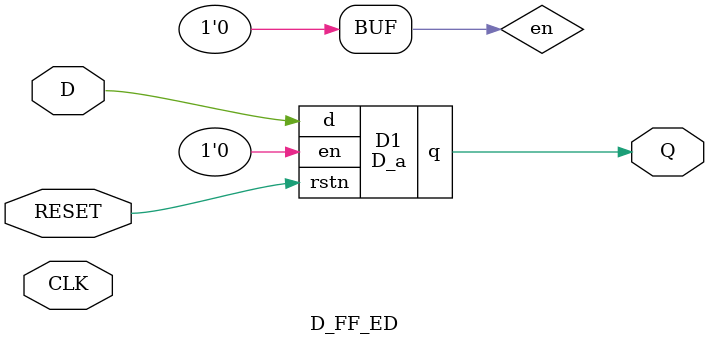
<source format=v>
module D_a(input d, input en, input rstn, output reg q);

always @(en, rstn)
if(rstn == 1)
    begin
        q<=1'b0;
    end
else 
    begin
        if(en == 1) q<= d;
    end

endmodule

module D_FF_ED (input D, input CLK, input RESET, output Q);

wire nclk;
not(nclk, CLK);
and(en, nclk, CLK);
D_a D1(D, en, RESET, Q);


endmodule
</source>
